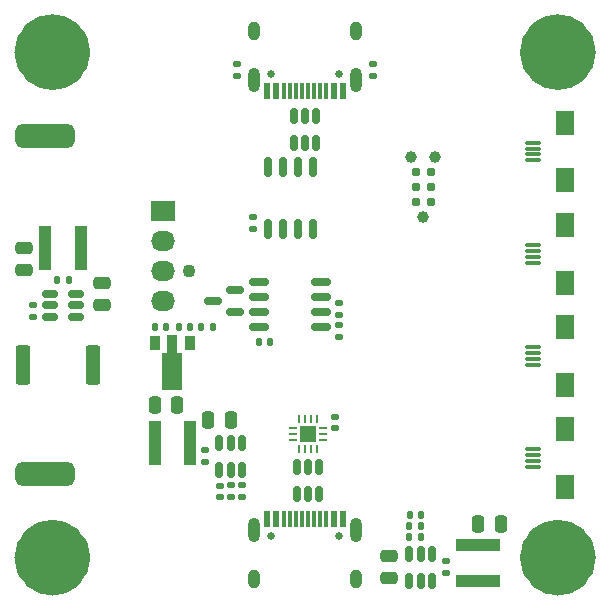
<source format=gts>
G04 #@! TF.GenerationSoftware,KiCad,Pcbnew,7.0.10*
G04 #@! TF.CreationDate,2024-01-04T17:22:20+01:00*
G04 #@! TF.ProjectId,fosmometer,666f736d-6f6d-4657-9465-722e6b696361,rev?*
G04 #@! TF.SameCoordinates,Original*
G04 #@! TF.FileFunction,Soldermask,Top*
G04 #@! TF.FilePolarity,Negative*
%FSLAX46Y46*%
G04 Gerber Fmt 4.6, Leading zero omitted, Abs format (unit mm)*
G04 Created by KiCad (PCBNEW 7.0.10) date 2024-01-04 17:22:20*
%MOMM*%
%LPD*%
G01*
G04 APERTURE LIST*
G04 Aperture macros list*
%AMRoundRect*
0 Rectangle with rounded corners*
0 $1 Rounding radius*
0 $2 $3 $4 $5 $6 $7 $8 $9 X,Y pos of 4 corners*
0 Add a 4 corners polygon primitive as box body*
4,1,4,$2,$3,$4,$5,$6,$7,$8,$9,$2,$3,0*
0 Add four circle primitives for the rounded corners*
1,1,$1+$1,$2,$3*
1,1,$1+$1,$4,$5*
1,1,$1+$1,$6,$7*
1,1,$1+$1,$8,$9*
0 Add four rect primitives between the rounded corners*
20,1,$1+$1,$2,$3,$4,$5,0*
20,1,$1+$1,$4,$5,$6,$7,0*
20,1,$1+$1,$6,$7,$8,$9,0*
20,1,$1+$1,$8,$9,$2,$3,0*%
%AMFreePoly0*
4,1,9,3.862500,-0.866500,0.737500,-0.866500,0.737500,-0.450000,-0.737500,-0.450000,-0.737500,0.450000,0.737500,0.450000,0.737500,0.866500,3.862500,0.866500,3.862500,-0.866500,3.862500,-0.866500,$1*%
G04 Aperture macros list end*
%ADD10C,3.200000*%
%ADD11RoundRect,0.075000X0.575000X-0.075000X0.575000X0.075000X-0.575000X0.075000X-0.575000X-0.075000X0*%
%ADD12R,1.600000X2.000000*%
%ADD13RoundRect,0.062500X0.275000X0.062500X-0.275000X0.062500X-0.275000X-0.062500X0.275000X-0.062500X0*%
%ADD14RoundRect,0.062500X0.062500X0.275000X-0.062500X0.275000X-0.062500X-0.275000X0.062500X-0.275000X0*%
%ADD15R,1.450000X1.450000*%
%ADD16RoundRect,0.140000X0.170000X-0.140000X0.170000X0.140000X-0.170000X0.140000X-0.170000X-0.140000X0*%
%ADD17RoundRect,0.135000X-0.135000X-0.185000X0.135000X-0.185000X0.135000X0.185000X-0.135000X0.185000X0*%
%ADD18RoundRect,0.250000X-0.250000X-0.475000X0.250000X-0.475000X0.250000X0.475000X-0.250000X0.475000X0*%
%ADD19C,0.650000*%
%ADD20R,0.600000X1.450000*%
%ADD21R,0.300000X1.450000*%
%ADD22O,1.000000X2.100000*%
%ADD23O,1.000000X1.600000*%
%ADD24RoundRect,0.135000X-0.185000X0.135000X-0.185000X-0.135000X0.185000X-0.135000X0.185000X0.135000X0*%
%ADD25RoundRect,0.250000X0.250000X0.475000X-0.250000X0.475000X-0.250000X-0.475000X0.250000X-0.475000X0*%
%ADD26C,3.200000*%
%ADD27R,3.700000X1.100000*%
%ADD28RoundRect,0.150000X0.150000X-0.512500X0.150000X0.512500X-0.150000X0.512500X-0.150000X-0.512500X0*%
%ADD29RoundRect,0.140000X-0.140000X-0.170000X0.140000X-0.170000X0.140000X0.170000X-0.140000X0.170000X0*%
%ADD30R,0.900000X1.300000*%
%ADD31FreePoly0,270.000000*%
%ADD32RoundRect,0.250000X0.475000X-0.250000X0.475000X0.250000X-0.475000X0.250000X-0.475000X-0.250000X0*%
%ADD33C,1.100000*%
%ADD34R,2.030000X1.730000*%
%ADD35O,2.030000X1.730000*%
%ADD36RoundRect,0.140000X0.140000X0.170000X-0.140000X0.170000X-0.140000X-0.170000X0.140000X-0.170000X0*%
%ADD37R,1.100000X3.700000*%
%ADD38RoundRect,0.150000X-0.150000X0.675000X-0.150000X-0.675000X0.150000X-0.675000X0.150000X0.675000X0*%
%ADD39RoundRect,0.150000X-0.512500X-0.150000X0.512500X-0.150000X0.512500X0.150000X-0.512500X0.150000X0*%
%ADD40RoundRect,0.250000X-0.475000X0.250000X-0.475000X-0.250000X0.475000X-0.250000X0.475000X0.250000X0*%
%ADD41RoundRect,0.150000X-0.675000X-0.150000X0.675000X-0.150000X0.675000X0.150000X-0.675000X0.150000X0*%
%ADD42RoundRect,0.140000X-0.170000X0.140000X-0.170000X-0.140000X0.170000X-0.140000X0.170000X0.140000X0*%
%ADD43RoundRect,0.135000X0.185000X-0.135000X0.185000X0.135000X-0.185000X0.135000X-0.185000X-0.135000X0*%
%ADD44RoundRect,0.150000X0.587500X0.150000X-0.587500X0.150000X-0.587500X-0.150000X0.587500X-0.150000X0*%
%ADD45C,0.990600*%
%ADD46C,0.787400*%
%ADD47RoundRect,0.150000X-0.150000X0.512500X-0.150000X-0.512500X0.150000X-0.512500X0.150000X0.512500X0*%
%ADD48RoundRect,0.250000X-0.362500X-1.425000X0.362500X-1.425000X0.362500X1.425000X-0.362500X1.425000X0*%
%ADD49RoundRect,0.135000X0.135000X0.185000X-0.135000X0.185000X-0.135000X-0.185000X0.135000X-0.185000X0*%
%ADD50RoundRect,0.500000X2.000000X-0.500000X2.000000X0.500000X-2.000000X0.500000X-2.000000X-0.500000X0*%
G04 APERTURE END LIST*
D10*
X148000000Y-128600000D02*
G75*
G03*
X144800000Y-128600000I-1600000J0D01*
G01*
X144800000Y-128600000D02*
G75*
G03*
X148000000Y-128600000I1600000J0D01*
G01*
X105200000Y-128600000D02*
G75*
G03*
X102000000Y-128600000I-1600000J0D01*
G01*
X102000000Y-128600000D02*
G75*
G03*
X105200000Y-128600000I1600000J0D01*
G01*
X105200000Y-171400000D02*
G75*
G03*
X102000000Y-171400000I-1600000J0D01*
G01*
X102000000Y-171400000D02*
G75*
G03*
X105200000Y-171400000I1600000J0D01*
G01*
X148000000Y-171400000D02*
G75*
G03*
X144800000Y-171400000I-1600000J0D01*
G01*
X144800000Y-171400000D02*
G75*
G03*
X148000000Y-171400000I1600000J0D01*
G01*
D11*
X144300000Y-146420000D03*
X144300000Y-145920000D03*
X144300000Y-145420000D03*
X144300000Y-144920000D03*
D12*
X146980000Y-148120000D03*
X146980000Y-143220000D03*
D13*
X126512500Y-161430000D03*
X126512500Y-160930000D03*
X126512500Y-160430000D03*
D14*
X126000000Y-159667500D03*
X125500000Y-159667500D03*
X125000000Y-159667500D03*
X124500000Y-159667500D03*
D13*
X123987500Y-160430000D03*
X123987500Y-160930000D03*
X123987500Y-161430000D03*
D14*
X124500000Y-162192500D03*
X125000000Y-162192500D03*
X125500000Y-162192500D03*
X126000000Y-162192500D03*
D15*
X125250000Y-160930000D03*
D16*
X116530000Y-163282500D03*
X116530000Y-162322500D03*
D17*
X116152500Y-151885000D03*
X117172500Y-151885000D03*
D18*
X139650000Y-168557500D03*
X141550000Y-168557500D03*
D19*
X122110000Y-169550000D03*
X127890000Y-169550000D03*
D20*
X121750000Y-168105000D03*
X122550000Y-168105000D03*
D21*
X123750000Y-168105000D03*
X124750000Y-168105000D03*
X125250000Y-168105000D03*
X126250000Y-168105000D03*
D20*
X127450000Y-168105000D03*
X128250000Y-168105000D03*
X128250000Y-168105000D03*
X127450000Y-168105000D03*
D21*
X126750000Y-168105000D03*
X125750000Y-168105000D03*
X124250000Y-168105000D03*
X123250000Y-168105000D03*
D20*
X122550000Y-168105000D03*
X121750000Y-168105000D03*
D22*
X120680000Y-169020000D03*
D23*
X120680000Y-173200000D03*
D22*
X129320000Y-169020000D03*
D23*
X129320000Y-173200000D03*
D24*
X127900000Y-149830000D03*
X127900000Y-150850000D03*
D25*
X118720000Y-159772500D03*
X116820000Y-159772500D03*
D24*
X119640000Y-165272500D03*
X119640000Y-166292500D03*
D26*
X146400000Y-128600000D03*
D27*
X139650000Y-173337500D03*
X139650000Y-170337500D03*
D16*
X117770000Y-166262500D03*
X117770000Y-165302500D03*
D19*
X127890000Y-130450000D03*
X122110000Y-130450000D03*
D20*
X128250000Y-131895000D03*
X127450000Y-131895000D03*
D21*
X126250000Y-131895000D03*
X125250000Y-131895000D03*
X124750000Y-131895000D03*
X123750000Y-131895000D03*
D20*
X122550000Y-131895000D03*
X121750000Y-131895000D03*
X121750000Y-131895000D03*
X122550000Y-131895000D03*
D21*
X123250000Y-131895000D03*
X124250000Y-131895000D03*
X125750000Y-131895000D03*
X126750000Y-131895000D03*
D20*
X127450000Y-131895000D03*
X128250000Y-131895000D03*
D22*
X129320000Y-130980000D03*
D23*
X129320000Y-126800000D03*
D22*
X120680000Y-130980000D03*
D23*
X120680000Y-126800000D03*
D11*
X144300000Y-155080000D03*
X144300000Y-154580000D03*
X144300000Y-154080000D03*
X144300000Y-153580000D03*
D12*
X146980000Y-156780000D03*
X146980000Y-151880000D03*
D28*
X124300000Y-165967500D03*
X125250000Y-165967500D03*
X126200000Y-165967500D03*
X126200000Y-163692500D03*
X125250000Y-163692500D03*
X124300000Y-163692500D03*
D29*
X104025000Y-147877500D03*
X104985000Y-147877500D03*
D30*
X115270000Y-153255000D03*
D31*
X113770000Y-153342500D03*
D30*
X112270000Y-153255000D03*
D11*
X144300000Y-137760000D03*
X144300000Y-137260000D03*
X144300000Y-136760000D03*
X144300000Y-136260000D03*
D12*
X146980000Y-139460000D03*
X146980000Y-134560000D03*
D32*
X107785000Y-150037500D03*
X107785000Y-148137500D03*
D24*
X119210000Y-129630000D03*
X119210000Y-130650000D03*
D33*
X115150000Y-147145000D03*
D34*
X112990000Y-142065000D03*
D35*
X112990000Y-144605000D03*
X112990000Y-147145000D03*
X112990000Y-149685000D03*
D36*
X115270000Y-151895000D03*
X114310000Y-151895000D03*
D37*
X106005000Y-145167500D03*
X103005000Y-145167500D03*
D38*
X125635000Y-138295000D03*
X124365000Y-138295000D03*
X123095000Y-138295000D03*
X121825000Y-138295000D03*
X121825000Y-143545000D03*
X123095000Y-143545000D03*
X124365000Y-143545000D03*
X125635000Y-143545000D03*
D39*
X103367500Y-149087500D03*
X103367500Y-150037500D03*
X103367500Y-150987500D03*
X105642500Y-150987500D03*
X105642500Y-150037500D03*
X105642500Y-149087500D03*
D40*
X101225000Y-145167500D03*
X101225000Y-147067500D03*
D41*
X121105000Y-148095000D03*
X121105000Y-149365000D03*
X121105000Y-150635000D03*
X121105000Y-151905000D03*
X126355000Y-151905000D03*
X126355000Y-150635000D03*
X126355000Y-149365000D03*
X126355000Y-148095000D03*
D42*
X136940000Y-171720000D03*
X136940000Y-172680000D03*
D43*
X118700000Y-166292500D03*
X118700000Y-165272500D03*
D26*
X103600000Y-128600000D03*
D44*
X119047500Y-150635000D03*
X119047500Y-148735000D03*
X117172500Y-149685000D03*
D16*
X127560000Y-160430000D03*
X127560000Y-159470000D03*
D18*
X112270000Y-158435000D03*
X114170000Y-158435000D03*
D45*
X135000000Y-142540000D03*
X133984000Y-137460000D03*
X136016000Y-137460000D03*
D46*
X135635000Y-141270000D03*
X134365000Y-141270000D03*
X135635000Y-140000000D03*
X134365000Y-140000000D03*
X135635000Y-138730000D03*
X134365000Y-138730000D03*
D47*
X135730000Y-171062500D03*
X134780000Y-171062500D03*
X133830000Y-171062500D03*
X133830000Y-173337500D03*
X134780000Y-173337500D03*
X135730000Y-173337500D03*
D48*
X101112500Y-155125000D03*
X107037500Y-155125000D03*
D11*
X144300000Y-163740000D03*
X144300000Y-163240000D03*
X144300000Y-162740000D03*
X144300000Y-162240000D03*
D12*
X146980000Y-165440000D03*
X146980000Y-160540000D03*
D29*
X112270000Y-151895000D03*
X113230000Y-151895000D03*
D26*
X146400000Y-171400000D03*
D42*
X101995000Y-150027500D03*
X101995000Y-150987500D03*
D16*
X120570000Y-143545000D03*
X120570000Y-142585000D03*
D36*
X134820000Y-167810000D03*
X133860000Y-167810000D03*
D49*
X134850000Y-168740000D03*
X133830000Y-168740000D03*
D24*
X130790000Y-129630000D03*
X130790000Y-130650000D03*
D50*
X103000000Y-164300000D03*
X103000000Y-135700000D03*
D29*
X121105000Y-153160000D03*
X122065000Y-153160000D03*
D32*
X132100000Y-173150000D03*
X132100000Y-171250000D03*
D47*
X125950000Y-134032500D03*
X125000000Y-134032500D03*
X124050000Y-134032500D03*
X124050000Y-136307500D03*
X125000000Y-136307500D03*
X125950000Y-136307500D03*
D37*
X115270000Y-161665000D03*
X112270000Y-161665000D03*
D28*
X117740000Y-163940000D03*
X118690000Y-163940000D03*
X119640000Y-163940000D03*
X119640000Y-161665000D03*
X118690000Y-161665000D03*
X117740000Y-161665000D03*
D26*
X103600000Y-171400000D03*
D43*
X127900000Y-152710000D03*
X127900000Y-151690000D03*
D17*
X133830000Y-169680000D03*
X134850000Y-169680000D03*
M02*

</source>
